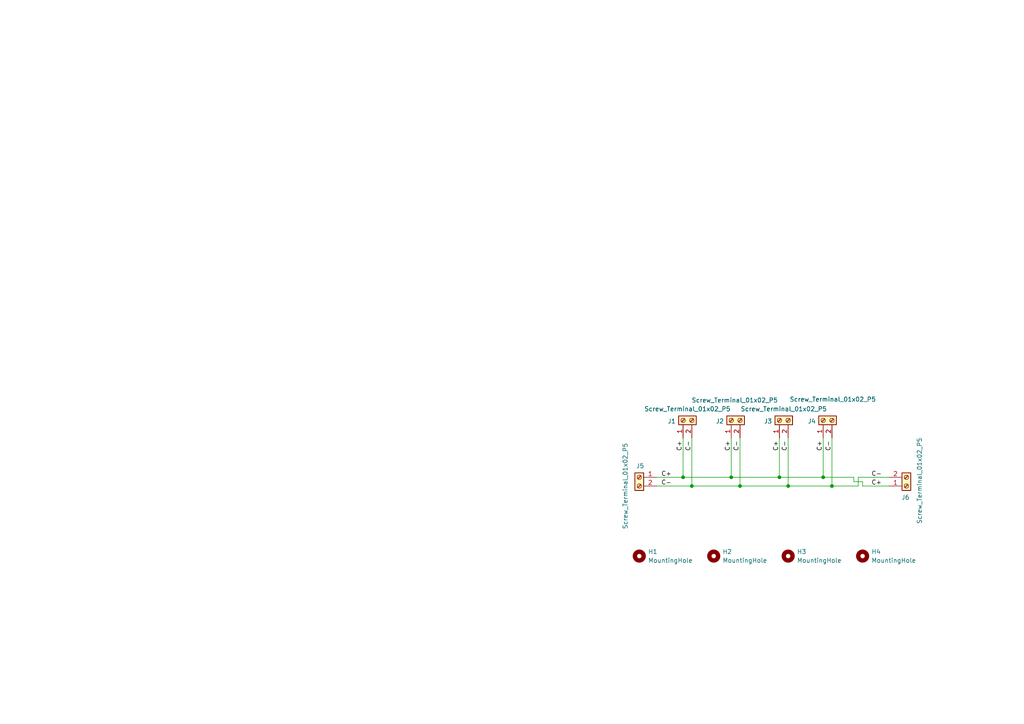
<source format=kicad_sch>
(kicad_sch (version 20231120) (generator "eeschema") (generator_version "8.0")
  (paper "A4")
  (title_block (date "2025-01-16"))
  (lib_symbols
    (symbol "_kh_library:MountingHole" (pin_names (offset 1.016)) (exclude_from_sim yes) (in_bom no)
      (property "Reference" "H" (at 0 5.08 0))
      (property "Value" "MountingHole" (at 0 3.175 0))
      (symbol "MountingHole_0_1"
        (circle (center 0 0) (radius 1.27) (stroke (width 1.27)))
      )
    )
    (symbol "_kh_library:Screw_Terminal_01x02_P5" (pin_names (offset 1.016) hide)
      (property "Reference" "J" (at 2.286 0 0))
      (property "Value" "Screw_Terminal_01x02_P5" (at 6.35 -1.016 90))
      (symbol "Screw_Terminal_01x02_P5_1_1"
        (rectangle (start -1.27 1.27) (end 1.27 -3.81) (stroke (width 0.254)) (fill (type background)))
        (circle (center 0 -2.54) (radius 0.635) (stroke (width 0.1524)))
        (polyline (pts (xy -0.5334 -2.2098) (xy 0.3302 -3.048)) (stroke (width 0.1524)))
        (polyline (pts (xy -0.5334 0.3302) (xy 0.3302 -0.508)) (stroke (width 0.1524)))
        (polyline (pts (xy -0.3556 -2.032) (xy 0.508 -2.8702)) (stroke (width 0.1524)))
        (polyline (pts (xy -0.3556 0.508) (xy 0.508 -0.3302)) (stroke (width 0.1524)))
        (circle (center 0 0) (radius 0.635) (stroke (width 0.1524)))
        (pin passive line (at -5.08 0 0) (length 3.81) (name "Pin_1") (number "1"))
        (pin passive line (at -5.08 -2.54 0) (length 3.81) (name "Pin_2") (number "2"))
      )
    )
  )
  (junction (at 212.09 138.43))
  (junction (at 238.76 138.43))
  (junction (at 198.12 138.43))
  (junction (at 226.06 138.43))
  (junction (at 214.63 140.97))
  (junction (at 241.3 140.97))
  (junction (at 228.6 140.97))
  (junction (at 200.66 140.97))
  (wire (pts (xy 257.81 140.97) (xy 250.19 140.97)))
  (wire (pts (xy 214.63 140.97) (xy 228.6 140.97)))
  (wire (pts (xy 228.6 140.97) (xy 241.3 140.97)))
  (wire (pts (xy 250.19 139.7) (xy 247.65 139.7)))
  (wire (pts (xy 250.19 140.97) (xy 250.19 139.7)))
  (wire (pts (xy 247.65 139.7) (xy 247.65 138.43)))
  (wire (pts (xy 212.09 127) (xy 212.09 138.43)))
  (wire (pts (xy 190.5 138.43) (xy 198.12 138.43)))
  (wire (pts (xy 226.06 138.43) (xy 238.76 138.43)))
  (wire (pts (xy 241.3 140.97) (xy 248.92 140.97)))
  (wire (pts (xy 200.66 127) (xy 200.66 140.97)))
  (wire (pts (xy 226.06 127) (xy 226.06 138.43)))
  (wire (pts (xy 214.63 127) (xy 214.63 140.97)))
  (wire (pts (xy 212.09 138.43) (xy 226.06 138.43)))
  (wire (pts (xy 248.92 138.43) (xy 257.81 138.43)))
  (wire (pts (xy 198.12 127) (xy 198.12 138.43)))
  (wire (pts (xy 248.92 140.97) (xy 248.92 138.43)))
  (wire (pts (xy 238.76 138.43) (xy 247.65 138.43)))
  (wire (pts (xy 241.3 127) (xy 241.3 140.97)))
  (wire (pts (xy 190.5 140.97) (xy 200.66 140.97)))
  (wire (pts (xy 200.66 140.97) (xy 214.63 140.97)))
  (wire (pts (xy 238.76 127) (xy 238.76 138.43)))
  (wire (pts (xy 228.6 127) (xy 228.6 140.97)))
  (wire (pts (xy 198.12 138.43) (xy 212.09 138.43)))
  (label "C-" (at 191.77 140.97 0))
  (label "C-" (at 252.73 138.43 0))
  (label "C+" (at 226.06 130.81 90))
  (label "C+" (at 212.09 130.81 90))
  (label "C+" (at 238.76 130.81 90))
  (label "C+" (at 191.77 138.43 0))
  (label "C-" (at 214.63 130.81 90))
  (label "C-" (at 241.3 130.81 90))
  (label "C-" (at 200.66 130.81 90))
  (label "C-" (at 228.6 130.81 90))
  (label "C+" (at 252.73 140.97 0))
  (label "C+" (at 198.12 130.81 90))
  (symbol (lib_id "_kh_library:MountingHole") (at 185.42 161.29 0) (unit 1) (exclude_from_sim yes) (in_bom no)
    (property "Reference" "H1" (at 187.96 160.0199 0) (effects (justify left)))
    (property "Value" "MountingHole" (at 187.96 162.5599 0) (effects (justify left)))
    (property "Footprint" "_kh_library:MountingHole_2.2mm_M2_Pad_TopBottom_kh" (effects (hide yes)))
    (property "Description" "Mounting Hole without connection" (effects (hide yes)))
  )
  (symbol (lib_id "_kh_library:Screw_Terminal_01x02_P5") (at 226.06 121.92 90) (unit 1)
    (property "Reference" "J3" (at 222.758 122.174 90))
    (property "Value" "Screw_Terminal_01x02_P5" (at 227.33 118.618 90))
    (property "Footprint" "_kh_library:Screw_Terminal_01x02_P5" (effects (hide yes)))
    (property "Description" "Generic screw terminal, single row, 01x02" (effects (hide yes)))
  )
  (symbol (lib_id "_kh_library:MountingHole") (at 250.19 161.29 0) (unit 1) (exclude_from_sim yes) (in_bom no)
    (property "Reference" "H4" (at 252.73 160.0199 0) (effects (justify left)))
    (property "Value" "MountingHole" (at 252.73 162.5599 0) (effects (justify left)))
    (property "Footprint" "_kh_library:MountingHole_2.2mm_M2_Pad_TopBottom_kh" (effects (hide yes)))
    (property "Description" "Mounting Hole without connection" (effects (hide yes)))
  )
  (symbol (lib_id "_kh_library:Screw_Terminal_01x02_P5") (at 185.42 138.43 0) (mirror y) (unit 1)
    (property "Reference" "J5" (at 185.674 135.128 0))
    (property "Value" "Screw_Terminal_01x02_P5" (at 181.356 140.97 90))
    (property "Footprint" "_kh_library:Screw_Terminal_01x02_P5" (effects (hide yes)))
    (property "Description" "Generic screw terminal, single row, 01x02" (effects (hide yes)))
  )
  (symbol (lib_id "_kh_library:Screw_Terminal_01x02_P5") (at 262.89 140.97 0) (mirror x) (unit 1)
    (property "Reference" "J6" (at 262.636 144.272 0))
    (property "Value" "Screw_Terminal_01x02_P5" (at 266.7 139.446 90))
    (property "Footprint" "_kh_library:Screw_Terminal_01x02_P5" (effects (hide yes)))
    (property "Description" "Generic screw terminal, single row, 01x02" (effects (hide yes)))
  )
  (symbol (lib_id "_kh_library:MountingHole") (at 207.01 161.29 0) (unit 1) (exclude_from_sim yes) (in_bom no)
    (property "Reference" "H2" (at 209.55 160.0199 0) (effects (justify left)))
    (property "Value" "MountingHole" (at 209.55 162.5599 0) (effects (justify left)))
    (property "Footprint" "_kh_library:MountingHole_2.2mm_M2_Pad_TopBottom_kh" (effects (hide yes)))
    (property "Description" "Mounting Hole without connection" (effects (hide yes)))
  )
  (symbol (lib_id "_kh_library:Screw_Terminal_01x02_P5") (at 238.76 121.92 90) (unit 1)
    (property "Reference" "J4" (at 235.458 122.174 90))
    (property "Value" "Screw_Terminal_01x02_P5" (at 241.554 115.824 90))
    (property "Footprint" "_kh_library:Screw_Terminal_01x02_P5" (effects (hide yes)))
    (property "Description" "Generic screw terminal, single row, 01x02" (effects (hide yes)))
  )
  (symbol (lib_id "_kh_library:MountingHole") (at 228.6 161.29 0) (unit 1) (exclude_from_sim yes) (in_bom no)
    (property "Reference" "H3" (at 231.14 160.0199 0) (effects (justify left)))
    (property "Value" "MountingHole" (at 231.14 162.5599 0) (effects (justify left)))
    (property "Footprint" "_kh_library:MountingHole_2.2mm_M2_Pad_TopBottom_kh" (effects (hide yes)))
    (property "Description" "Mounting Hole without connection" (effects (hide yes)))
  )
  (symbol (lib_id "_kh_library:Screw_Terminal_01x02_P5") (at 198.12 121.92 90) (unit 1)
    (property "Reference" "J1" (at 194.818 122.174 90))
    (property "Value" "Screw_Terminal_01x02_P5" (at 199.39 118.618 90))
    (property "Footprint" "_kh_library:Screw_Terminal_01x02_P5" (effects (hide yes)))
    (property "Description" "Generic screw terminal, single row, 01x02" (effects (hide yes)))
  )
  (symbol (lib_id "_kh_library:Screw_Terminal_01x02_P5") (at 212.09 121.92 90) (unit 1)
    (property "Reference" "J2" (at 208.788 122.174 90))
    (property "Value" "Screw_Terminal_01x02_P5" (at 213.106 116.078 90))
    (property "Footprint" "_kh_library:Screw_Terminal_01x02_P5" (effects (hide yes)))
    (property "Description" "Generic screw terminal, single row, 01x02" (effects (hide yes)))
  )
)
</source>
